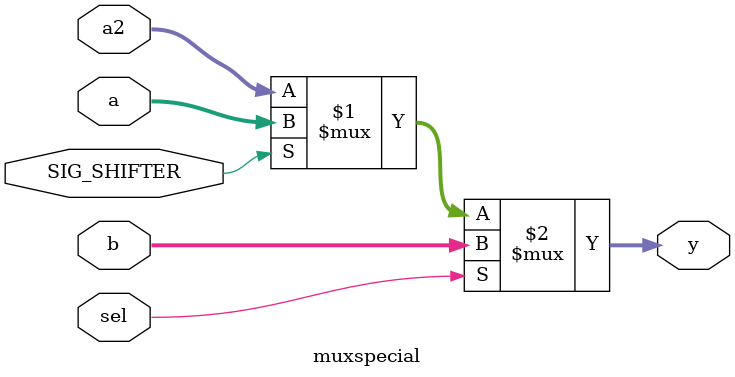
<source format=v>

module muxspecial( sel, a, a2, b, y, SIG_SHIFTER );
    parameter bitwidth=32;
    input sel, SIG_SHIFTER;
    input  [bitwidth-1:0] a, b, a2;
    output [bitwidth-1:0] y;

    assign y = sel ? b : ( SIG_SHIFTER? a : a2 ) ;
endmodule

</source>
